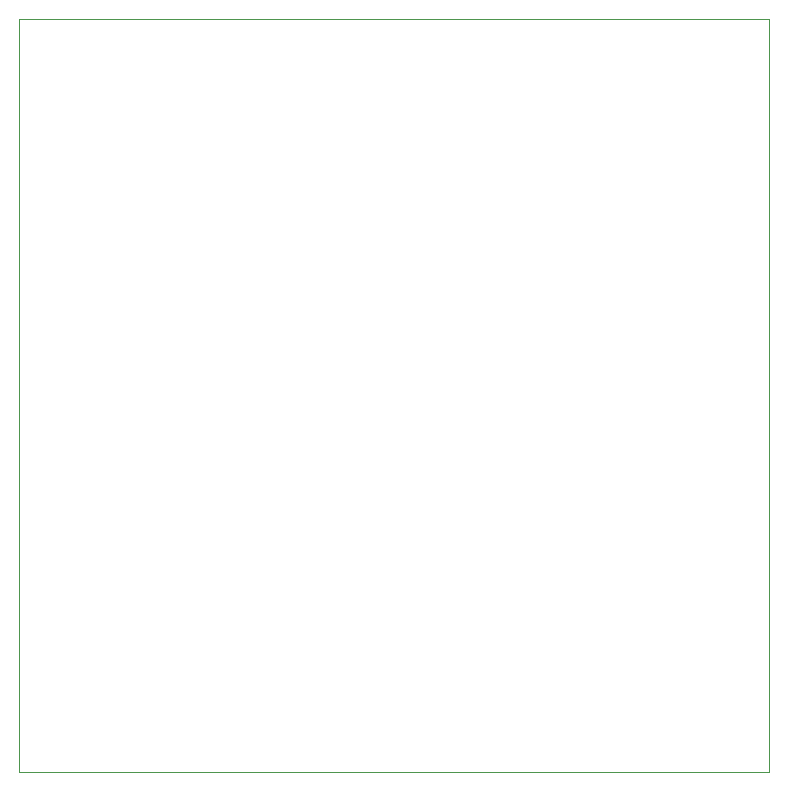
<source format=gbr>
%TF.GenerationSoftware,KiCad,Pcbnew,(5.1.9)-1*%
%TF.CreationDate,2025-04-10T23:46:23-06:00*%
%TF.ProjectId,LEDS,4c454453-2e6b-4696-9361-645f70636258,rev?*%
%TF.SameCoordinates,Original*%
%TF.FileFunction,Profile,NP*%
%FSLAX46Y46*%
G04 Gerber Fmt 4.6, Leading zero omitted, Abs format (unit mm)*
G04 Created by KiCad (PCBNEW (5.1.9)-1) date 2025-04-10 23:46:23*
%MOMM*%
%LPD*%
G01*
G04 APERTURE LIST*
%TA.AperFunction,Profile*%
%ADD10C,0.050000*%
%TD*%
G04 APERTURE END LIST*
D10*
X190500000Y-78740000D02*
X190500000Y-114554000D01*
X127000000Y-78740000D02*
X190500000Y-78740000D01*
X127000000Y-142494000D02*
X127000000Y-78740000D01*
X190500000Y-142494000D02*
X127000000Y-142494000D01*
X190500000Y-114554000D02*
X190500000Y-142494000D01*
M02*

</source>
